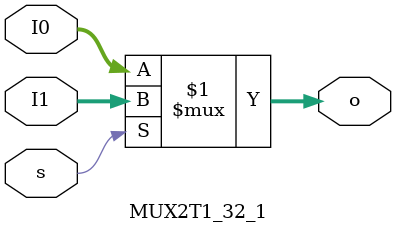
<source format=v>
`timescale 1ns / 1ps


module MUX2T1_32_1(
    input [31: 0] I0,
    input [31: 0] I1,
    input s,
    output [31: 0] o
    );

    assign o = s ? I1 : I0;

endmodule

</source>
